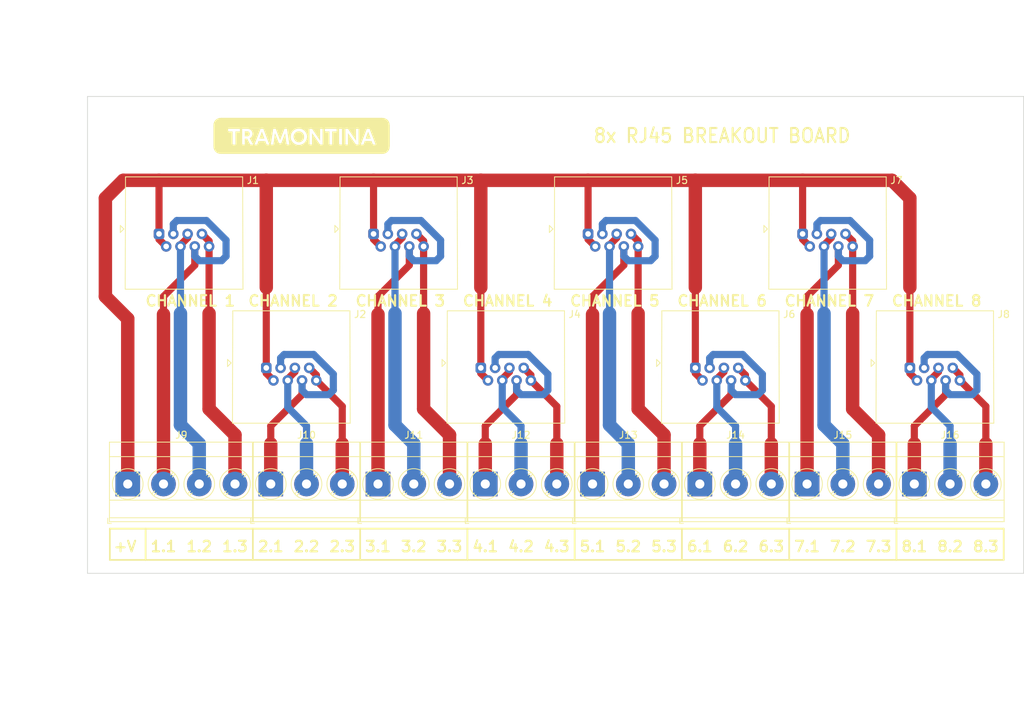
<source format=kicad_pcb>
(kicad_pcb (version 20211014) (generator pcbnew)
  (title_block (title "ESP 6 Relay Module"))
  (layers (0 "F.Cu" signal) (31 "B.Cu" signal) (34 "B.Paste" user) (35 "F.Paste" user) (36 "B.SilkS" user "B.Silkscreen") (37 "F.SilkS" user "F.Silkscreen") (38 "B.Mask" user) (39 "F.Mask" user) (44 "Edge.Cuts" user))
  (net 0 "")
  (net 1 "Net-(J1-Pad1)")
  (net 2 "Net-(J1-Pad3)")
  (net 3 "Net-(J1-Pad4)")
  (net 4 "Net-(J1-Pad7)")
  (net 5 "Net-(J10-Pad2)")
  (net 6 "Net-(J10-Pad3)")
  (net 7 "Net-(J10-Pad1)")
  (net 8 "Net-(J11-Pad1)")
  (net 9 "Net-(J11-Pad2)")
  (net 10 "Net-(J11-Pad3)")
  (net 11 "Net-(J12-Pad2)")
  (net 12 "Net-(J12-Pad3)")
  (net 13 "Net-(J12-Pad1)")
  (net 14 "Net-(J13-Pad1)")
  (net 15 "Net-(J13-Pad2)")
  (net 16 "Net-(J13-Pad3)")
  (net 17 "Net-(J14-Pad2)")
  (net 18 "Net-(J14-Pad3)")
  (net 19 "Net-(J14-Pad1)")
  (net 20 "Net-(J15-Pad1)")
  (net 21 "Net-(J15-Pad2)")
  (net 22 "Net-(J15-Pad3)")
  (net 23 "Net-(J16-Pad2)")
  (net 24 "Net-(J16-Pad3)")
  (net 25 "Net-(J16-Pad1)")
  (footprint "Tales:RJ45_Amphenol_RJHSE5080" (layer "F.Cu") (at 74.93 83.82)
    (fp_text reference "J1" (at 13.335 -7.62) (layer "F.SilkS"))
    (fp_text value "RJ45")
    (pad "" np_thru_hole circle (at 9.91 -2.54) (size 3.25 3.25) (drill 3.25) (layers *.Cu *.Mask))
    (pad "" np_thru_hole circle (at -2.79 -2.54) (size 3.25 3.25) (drill 3.25) (layers *.Cu *.Mask))
    (pad "1" thru_hole roundrect (at 0 0) (size 1.5 1.5) (drill 0.8) (layers *.Cu *.Mask) (net 1 "Net-(J1-Pad1)"))
    (pad "2" thru_hole circle (at 1.016 1.78) (size 1.5 1.5) (drill 0.8) (layers *.Cu *.Mask) (net 1 "Net-(J1-Pad1)"))
    (pad "3" thru_hole circle (at 2.032 0) (size 1.5 1.5) (drill 0.8) (layers *.Cu *.Mask) (net 2 "Net-(J1-Pad3)"))
    (pad "4" thru_hole circle (at 3.048 1.78) (size 1.5 1.5) (drill 0.8) (layers *.Cu *.Mask) (net 3 "Net-(J1-Pad4)"))
    (pad "5" thru_hole circle (at 4.064 0) (size 1.5 1.5) (drill 0.8) (layers *.Cu *.Mask) (net 3 "Net-(J1-Pad4)"))
    (pad "6" thru_hole circle (at 5.08 1.78) (size 1.5 1.5) (drill 0.8) (layers *.Cu *.Mask) (net 2 "Net-(J1-Pad3)"))
    (pad "7" thru_hole circle (at 6.096 0) (size 1.5 1.5) (drill 0.8) (layers *.Cu *.Mask) (net 4 "Net-(J1-Pad7)"))
    (pad "8" thru_hole circle (at 7.112 1.78) (size 1.5 1.5) (drill 0.8) (layers *.Cu *.Mask) (net 4 "Net-(J1-Pad7)"))
  )
  (footprint "Tales:RJ45_Amphenol_RJHSE5080" (layer "F.Cu") (at 120.65 102.87)
    (fp_text reference "J4" (at 13.335 -7.62) (layer "F.SilkS"))
    (fp_text value "RJ45")
    (pad "" np_thru_hole circle (at -2.79 -2.54) (size 3.25 3.25) (drill 3.25) (layers *.Cu *.Mask))
    (pad "" np_thru_hole circle (at 9.91 -2.54) (size 3.25 3.25) (drill 3.25) (layers *.Cu *.Mask))
    (pad "1" thru_hole roundrect (at 0 0) (size 1.5 1.5) (drill 0.8) (layers *.Cu *.Mask) (net 1 "Net-(J1-Pad1)"))
    (pad "2" thru_hole circle (at 1.016 1.78) (size 1.5 1.5) (drill 0.8) (layers *.Cu *.Mask) (net 1 "Net-(J1-Pad1)"))
    (pad "3" thru_hole circle (at 2.032 0) (size 1.5 1.5) (drill 0.8) (layers *.Cu *.Mask) (net 13 "Net-(J12-Pad1)"))
    (pad "4" thru_hole circle (at 3.048 1.78) (size 1.5 1.5) (drill 0.8) (layers *.Cu *.Mask) (net 11 "Net-(J12-Pad2)"))
    (pad "5" thru_hole circle (at 4.064 0) (size 1.5 1.5) (drill 0.8) (layers *.Cu *.Mask) (net 11 "Net-(J12-Pad2)"))
    (pad "6" thru_hole circle (at 5.08 1.78) (size 1.5 1.5) (drill 0.8) (layers *.Cu *.Mask) (net 13 "Net-(J12-Pad1)"))
    (pad "7" thru_hole circle (at 6.096 0) (size 1.5 1.5) (drill 0.8) (layers *.Cu *.Mask) (net 12 "Net-(J12-Pad3)"))
    (pad "8" thru_hole circle (at 7.112 1.78) (size 1.5 1.5) (drill 0.8) (layers *.Cu *.Mask) (net 12 "Net-(J12-Pad3)"))
  )
  (footprint "Tales:RJ45_Amphenol_RJHSE5080" (layer "F.Cu") (at 151.13 102.87)
    (fp_text reference "J6" (at 13.335 -7.62) (layer "F.SilkS"))
    (fp_text value "RJ45")
    (pad "" np_thru_hole circle (at 9.91 -2.54) (size 3.25 3.25) (drill 3.25) (layers *.Cu *.Mask))
    (pad "" np_thru_hole circle (at -2.79 -2.54) (size 3.25 3.25) (drill 3.25) (layers *.Cu *.Mask))
    (pad "1" thru_hole roundrect (at 0 0) (size 1.5 1.5) (drill 0.8) (layers *.Cu *.Mask) (net 1 "Net-(J1-Pad1)"))
    (pad "2" thru_hole circle (at 1.016 1.78) (size 1.5 1.5) (drill 0.8) (layers *.Cu *.Mask) (net 1 "Net-(J1-Pad1)"))
    (pad "3" thru_hole circle (at 2.032 0) (size 1.5 1.5) (drill 0.8) (layers *.Cu *.Mask) (net 19 "Net-(J14-Pad1)"))
    (pad "4" thru_hole circle (at 3.048 1.78) (size 1.5 1.5) (drill 0.8) (layers *.Cu *.Mask) (net 17 "Net-(J14-Pad2)"))
    (pad "5" thru_hole circle (at 4.064 0) (size 1.5 1.5) (drill 0.8) (layers *.Cu *.Mask) (net 17 "Net-(J14-Pad2)"))
    (pad "6" thru_hole circle (at 5.08 1.78) (size 1.5 1.5) (drill 0.8) (layers *.Cu *.Mask) (net 19 "Net-(J14-Pad1)"))
    (pad "7" thru_hole circle (at 6.096 0) (size 1.5 1.5) (drill 0.8) (layers *.Cu *.Mask) (net 18 "Net-(J14-Pad3)"))
    (pad "8" thru_hole circle (at 7.112 1.78) (size 1.5 1.5) (drill 0.8) (layers *.Cu *.Mask) (net 18 "Net-(J14-Pad3)"))
  )
  (footprint "Tales:RJ45_Amphenol_RJHSE5080" (layer "F.Cu") (at 181.61 102.87)
    (fp_text reference "J8" (at 13.335 -7.62) (layer "F.SilkS"))
    (fp_text value "RJ45")
    (pad "" np_thru_hole circle (at 9.91 -2.54) (size 3.25 3.25) (drill 3.25) (layers *.Cu *.Mask))
    (pad "" np_thru_hole circle (at -2.79 -2.54) (size 3.25 3.25) (drill 3.25) (layers *.Cu *.Mask))
    (pad "1" thru_hole roundrect (at 0 0) (size 1.5 1.5) (drill 0.8) (layers *.Cu *.Mask) (net 1 "Net-(J1-Pad1)"))
    (pad "2" thru_hole circle (at 1.016 1.78) (size 1.5 1.5) (drill 0.8) (layers *.Cu *.Mask) (net 1 "Net-(J1-Pad1)"))
    (pad "3" thru_hole circle (at 2.032 0) (size 1.5 1.5) (drill 0.8) (layers *.Cu *.Mask) (net 25 "Net-(J16-Pad1)"))
    (pad "4" thru_hole circle (at 3.048 1.78) (size 1.5 1.5) (drill 0.8) (layers *.Cu *.Mask) (net 23 "Net-(J16-Pad2)"))
    (pad "5" thru_hole circle (at 4.064 0) (size 1.5 1.5) (drill 0.8) (layers *.Cu *.Mask) (net 23 "Net-(J16-Pad2)"))
    (pad "6" thru_hole circle (at 5.08 1.78) (size 1.5 1.5) (drill 0.8) (layers *.Cu *.Mask) (net 25 "Net-(J16-Pad1)"))
    (pad "7" thru_hole circle (at 6.096 0) (size 1.5 1.5) (drill 0.8) (layers *.Cu *.Mask) (net 24 "Net-(J16-Pad3)"))
    (pad "8" thru_hole circle (at 7.112 1.78) (size 1.5 1.5) (drill 0.8) (layers *.Cu *.Mask) (net 24 "Net-(J16-Pad3)"))
  )
  (footprint "Tales:TerminalBlock_Phoenix_MKDS-3-4-5.08_1x04_P5.08mm_Horizontal" (layer "F.Cu") (at 70.485 119.38)
    (fp_text reference "J9" (at 7.62 -6.96) (layer "F.SilkS"))
    (fp_text value "Screw_Terminal_01x04")
    (pad "1" thru_hole rect (at 0 0) (size 3.5 3.5) (drill 1.3) (layers *.Cu *.Mask) (net 1 "Net-(J1-Pad1)"))
    (pad "2" thru_hole circle (at 5.08 0) (size 3.5 3.5) (drill 1.3) (layers *.Cu *.Mask) (net 2 "Net-(J1-Pad3)"))
    (pad "3" thru_hole circle (at 10.16 0) (size 3.5 3.5) (drill 1.3) (layers *.Cu *.Mask) (net 3 "Net-(J1-Pad4)"))
    (pad "4" thru_hole circle (at 15.24 0) (size 3.5 3.5) (drill 1.3) (layers *.Cu *.Mask) (net 4 "Net-(J1-Pad7)"))
  )
  (footprint "Tales:TerminalBlock_Phoenix_MKDS-3-3-5.08_1x03_P5.08mm_Horizontal" (layer "F.Cu") (at 106.045 119.38)
    (fp_text reference "J11" (at 5.08 -6.96) (layer "F.SilkS"))
    (fp_text value "Screw_Terminal_01x03")
    (pad "1" thru_hole rect (at 0 0) (size 3.5 3.5) (drill 1.3) (layers *.Cu *.Mask) (net 8 "Net-(J11-Pad1)"))
    (pad "2" thru_hole circle (at 5.08 0) (size 3.5 3.5) (drill 1.3) (layers *.Cu *.Mask) (net 9 "Net-(J11-Pad2)"))
    (pad "3" thru_hole circle (at 10.16 0) (size 3.5 3.5) (drill 1.3) (layers *.Cu *.Mask) (net 10 "Net-(J11-Pad3)"))
  )
  (footprint "Tales:TerminalBlock_Phoenix_MKDS-3-3-5.08_1x03_P5.08mm_Horizontal" (layer "F.Cu") (at 121.285 119.38)
    (fp_text reference "J12" (at 5.08 -6.96) (layer "F.SilkS"))
    (fp_text value "Screw_Terminal_01x03")
    (pad "1" thru_hole rect (at 0 0) (size 3.5 3.5) (drill 1.3) (layers *.Cu *.Mask) (net 13 "Net-(J12-Pad1)"))
    (pad "2" thru_hole circle (at 5.08 0) (size 3.5 3.5) (drill 1.3) (layers *.Cu *.Mask) (net 11 "Net-(J12-Pad2)"))
    (pad "3" thru_hole circle (at 10.16 0) (size 3.5 3.5) (drill 1.3) (layers *.Cu *.Mask) (net 12 "Net-(J12-Pad3)"))
  )
  (footprint "Tales:TerminalBlock_Phoenix_MKDS-3-3-5.08_1x03_P5.08mm_Horizontal" (layer "F.Cu") (at 136.525 119.38)
    (fp_text reference "J13" (at 5.08 -6.96) (layer "F.SilkS"))
    (fp_text value "Screw_Terminal_01x03")
    (pad "1" thru_hole rect (at 0 0) (size 3.5 3.5) (drill 1.3) (layers *.Cu *.Mask) (net 14 "Net-(J13-Pad1)"))
    (pad "2" thru_hole circle (at 5.08 0) (size 3.5 3.5) (drill 1.3) (layers *.Cu *.Mask) (net 15 "Net-(J13-Pad2)"))
    (pad "3" thru_hole circle (at 10.16 0) (size 3.5 3.5) (drill 1.3) (layers *.Cu *.Mask) (net 16 "Net-(J13-Pad3)"))
  )
  (footprint "Tales:TerminalBlock_Phoenix_MKDS-3-3-5.08_1x03_P5.08mm_Horizontal" (layer "F.Cu") (at 151.765 119.38)
    (fp_text reference "J14" (at 5.08 -6.96) (layer "F.SilkS"))
    (fp_text value "Screw_Terminal_01x03")
    (pad "1" thru_hole rect (at 0 0) (size 3.5 3.5) (drill 1.3) (layers *.Cu *.Mask) (net 19 "Net-(J14-Pad1)"))
    (pad "2" thru_hole circle (at 5.08 0) (size 3.5 3.5) (drill 1.3) (layers *.Cu *.Mask) (net 17 "Net-(J14-Pad2)"))
    (pad "3" thru_hole circle (at 10.16 0) (size 3.5 3.5) (drill 1.3) (layers *.Cu *.Mask) (net 18 "Net-(J14-Pad3)"))
  )
  (footprint "Tales:TerminalBlock_Phoenix_MKDS-3-3-5.08_1x03_P5.08mm_Horizontal" (layer "F.Cu") (at 167.005 119.38)
    (fp_text reference "J15" (at 5.08 -6.96) (layer "F.SilkS"))
    (fp_text value "Screw_Terminal_01x03")
    (pad "1" thru_hole rect (at 0 0) (size 3.5 3.5) (drill 1.3) (layers *.Cu *.Mask) (net 20 "Net-(J15-Pad1)"))
    (pad "2" thru_hole circle (at 5.08 0) (size 3.5 3.5) (drill 1.3) (layers *.Cu *.Mask) (net 21 "Net-(J15-Pad2)"))
    (pad "3" thru_hole circle (at 10.16 0) (size 3.5 3.5) (drill 1.3) (layers *.Cu *.Mask) (net 22 "Net-(J15-Pad3)"))
  )
  (footprint "Tales:TerminalBlock_Phoenix_MKDS-3-3-5.08_1x03_P5.08mm_Horizontal" (layer "F.Cu") (at 182.245 119.38)
    (fp_text reference "J16" (at 5.08 -6.96) (layer "F.SilkS"))
    (fp_text value "Screw_Terminal_01x03")
    (pad "1" thru_hole rect (at 0 0) (size 3.5 3.5) (drill 1.3) (layers *.Cu *.Mask) (net 25 "Net-(J16-Pad1)"))
    (pad "2" thru_hole circle (at 5.08 0) (size 3.5 3.5) (drill 1.3) (layers *.Cu *.Mask) (net 23 "Net-(J16-Pad2)"))
    (pad "3" thru_hole circle (at 10.16 0) (size 3.5 3.5) (drill 1.3) (layers *.Cu *.Mask) (net 24 "Net-(J16-Pad3)"))
  )
  (footprint "Tales:TerminalBlock_Phoenix_MKDS-3-3-5.08_1x03_P5.08mm_Horizontal" (layer "F.Cu") (at 90.805 119.38)
    (fp_text reference "J10" (at 5.08 -6.96) (layer "F.SilkS"))
    (fp_text value "Screw_Terminal_01x03")
    (pad "1" thru_hole rect (at 0 0) (size 3.5 3.5) (drill 1.3) (layers *.Cu *.Mask) (net 7 "Net-(J10-Pad1)"))
    (pad "2" thru_hole circle (at 5.08 0) (size 3.5 3.5) (drill 1.3) (layers *.Cu *.Mask) (net 5 "Net-(J10-Pad2)"))
    (pad "3" thru_hole circle (at 10.16 0) (size 3.5 3.5) (drill 1.3) (layers *.Cu *.Mask) (net 6 "Net-(J10-Pad3)"))
  )
  (footprint "Tales:RJ45_Amphenol_RJHSE5080" (layer "F.Cu") (at 90.17 102.87)
    (fp_text reference "J2" (at 13.335 -7.62) (layer "F.SilkS"))
    (fp_text value "RJ45")
    (pad "" np_thru_hole circle (at 9.91 -2.54) (size 3.25 3.25) (drill 3.25) (layers *.Cu *.Mask))
    (pad "" np_thru_hole circle (at -2.79 -2.54) (size 3.25 3.25) (drill 3.25) (layers *.Cu *.Mask))
    (pad "1" thru_hole roundrect (at 0 0) (size 1.5 1.5) (drill 0.8) (layers *.Cu *.Mask) (net 1 "Net-(J1-Pad1)"))
    (pad "2" thru_hole circle (at 1.016 1.78) (size 1.5 1.5) (drill 0.8) (layers *.Cu *.Mask) (net 1 "Net-(J1-Pad1)"))
    (pad "3" thru_hole circle (at 2.032 0) (size 1.5 1.5) (drill 0.8) (layers *.Cu *.Mask) (net 7 "Net-(J10-Pad1)"))
    (pad "4" thru_hole circle (at 3.048 1.78) (size 1.5 1.5) (drill 0.8) (layers *.Cu *.Mask) (net 5 "Net-(J10-Pad2)"))
    (pad "5" thru_hole circle (at 4.064 0) (size 1.5 1.5) (drill 0.8) (layers *.Cu *.Mask) (net 5 "Net-(J10-Pad2)"))
    (pad "6" thru_hole circle (at 5.08 1.78) (size 1.5 1.5) (drill 0.8) (layers *.Cu *.Mask) (net 7 "Net-(J10-Pad1)"))
    (pad "7" thru_hole circle (at 6.096 0) (size 1.5 1.5) (drill 0.8) (layers *.Cu *.Mask) (net 6 "Net-(J10-Pad3)"))
    (pad "8" thru_hole circle (at 7.112 1.78) (size 1.5 1.5) (drill 0.8) (layers *.Cu *.Mask) (net 6 "Net-(J10-Pad3)"))
  )
  (footprint "Tales:Logo_Tramontina_25mm" (layer "F.Cu") (at 95.25 69.85)
    (fp_text reference "REF**" hide)
    (fp_text value "Logo_Tramontina_25mm" hide)
  )
  (footprint "Tales:RJ45_Amphenol_RJHSE5080" (layer "F.Cu") (at 105.41 83.82)
    (fp_text reference "J3" (at 13.335 -7.62) (layer "F.SilkS"))
    (fp_text value "RJ45")
    (pad "" np_thru_hole circle (at 9.91 -2.54) (size 3.25 3.25) (drill 3.25) (layers *.Cu *.Mask))
    (pad "" np_thru_hole circle (at -2.79 -2.54) (size 3.25 3.25) (drill 3.25) (layers *.Cu *.Mask))
    (pad "1" thru_hole roundrect (at 0 0) (size 1.5 1.5) (drill 0.8) (layers *.Cu *.Mask) (net 1 "Net-(J1-Pad1)"))
    (pad "2" thru_hole circle (at 1.016 1.78) (size 1.5 1.5) (drill 0.8) (layers *.Cu *.Mask) (net 1 "Net-(J1-Pad1)"))
    (pad "3" thru_hole circle (at 2.032 0) (size 1.5 1.5) (drill 0.8) (layers *.Cu *.Mask) (net 8 "Net-(J11-Pad1)"))
    (pad "4" thru_hole circle (at 3.048 1.78) (size 1.5 1.5) (drill 0.8) (layers *.Cu *.Mask) (net 9 "Net-(J11-Pad2)"))
    (pad "5" thru_hole circle (at 4.064 0) (size 1.5 1.5) (drill 0.8) (layers *.Cu *.Mask) (net 9 "Net-(J11-Pad2)"))
    (pad "6" thru_hole circle (at 5.08 1.78) (size 1.5 1.5) (drill 0.8) (layers *.Cu *.Mask) (net 8 "Net-(J11-Pad1)"))
    (pad "7" thru_hole circle (at 6.096 0) (size 1.5 1.5) (drill 0.8) (layers *.Cu *.Mask) (net 10 "Net-(J11-Pad3)"))
    (pad "8" thru_hole circle (at 7.112 1.78) (size 1.5 1.5) (drill 0.8) (layers *.Cu *.Mask) (net 10 "Net-(J11-Pad3)"))
  )
  (footprint "Tales:RJ45_Amphenol_RJHSE5080" (layer "F.Cu") (at 166.37 83.82)
    (fp_text reference "J7" (at 13.335 -7.62) (layer "F.SilkS"))
    (fp_text value "RJ45")
    (pad "" np_thru_hole circle (at -2.79 -2.54) (size 3.25 3.25) (drill 3.25) (layers *.Cu *.Mask))
    (pad "" np_thru_hole circle (at 9.91 -2.54) (size 3.25 3.25) (drill 3.25) (layers *.Cu *.Mask))
    (pad "1" thru_hole roundrect (at 0 0) (size 1.5 1.5) (drill 0.8) (layers *.Cu *.Mask) (net 1 "Net-(J1-Pad1)"))
    (pad "2" thru_hole circle (at 1.016 1.78) (size 1.5 1.5) (drill 0.8) (layers *.Cu *.Mask) (net 1 "Net-(J1-Pad1)"))
    (pad "3" thru_hole circle (at 2.032 0) (size 1.5 1.5) (drill 0.8) (layers *.Cu *.Mask) (net 20 "Net-(J15-Pad1)"))
    (pad "4" thru_hole circle (at 3.048 1.78) (size 1.5 1.5) (drill 0.8) (layers *.Cu *.Mask) (net 21 "Net-(J15-Pad2)"))
    (pad "5" thru_hole circle (at 4.064 0) (size 1.5 1.5) (drill 0.8) (layers *.Cu *.Mask) (net 21 "Net-(J15-Pad2)"))
    (pad "6" thru_hole circle (at 5.08 1.78) (size 1.5 1.5) (drill 0.8) (layers *.Cu *.Mask) (net 20 "Net-(J15-Pad1)"))
    (pad "7" thru_hole circle (at 6.096 0) (size 1.5 1.5) (drill 0.8) (layers *.Cu *.Mask) (net 22 "Net-(J15-Pad3)"))
    (pad "8" thru_hole circle (at 7.112 1.78) (size 1.5 1.5) (drill 0.8) (layers *.Cu *.Mask) (net 22 "Net-(J15-Pad3)"))
  )
  (footprint "Tales:RJ45_Amphenol_RJHSE5080" (layer "F.Cu") (at 135.89 83.82)
    (fp_text reference "J5" (at 13.335 -7.62) (layer "F.SilkS"))
    (fp_text value "RJ45")
    (pad "" np_thru_hole circle (at -2.79 -2.54) (size 3.25 3.25) (drill 3.25) (layers *.Cu *.Mask))
    (pad "" np_thru_hole circle (at 9.91 -2.54) (size 3.25 3.25) (drill 3.25) (layers *.Cu *.Mask))
    (pad "1" thru_hole roundrect (at 0 0) (size 1.5 1.5) (drill 0.8) (layers *.Cu *.Mask) (net 1 "Net-(J1-Pad1)"))
    (pad "2" thru_hole circle (at 1.016 1.78) (size 1.5 1.5) (drill 0.8) (layers *.Cu *.Mask) (net 1 "Net-(J1-Pad1)"))
    (pad "3" thru_hole circle (at 2.032 0) (size 1.5 1.5) (drill 0.8) (layers *.Cu *.Mask) (net 14 "Net-(J13-Pad1)"))
    (pad "4" thru_hole circle (at 3.048 1.78) (size 1.5 1.5) (drill 0.8) (layers *.Cu *.Mask) (net 15 "Net-(J13-Pad2)"))
    (pad "5" thru_hole circle (at 4.064 0) (size 1.5 1.5) (drill 0.8) (layers *.Cu *.Mask) (net 15 "Net-(J13-Pad2)"))
    (pad "6" thru_hole circle (at 5.08 1.78) (size 1.5 1.5) (drill 0.8) (layers *.Cu *.Mask) (net 14 "Net-(J13-Pad1)"))
    (pad "7" thru_hole circle (at 6.096 0) (size 1.5 1.5) (drill 0.8) (layers *.Cu *.Mask) (net 16 "Net-(J13-Pad3)"))
    (pad "8" thru_hole circle (at 7.112 1.78) (size 1.5 1.5) (drill 0.8) (layers *.Cu *.Mask) (net 16 "Net-(J13-Pad3)"))
  )
  (gr_line (start 179.705 125.73) (end 179.705 130.175) (layer "F.SilkS") (width 0.25))
  (gr_line (start 194.945 125.73) (end 194.945 130.175) (layer "F.SilkS") (width 0.25))
  (gr_line (start 67.945 130.175) (end 194.945 130.175) (layer "F.SilkS") (width 0.25))
  (gr_line (start 149.225 125.73) (end 149.225 130.175) (layer "F.SilkS") (width 0.25))
  (gr_line (start 67.945 125.73) (end 194.945 125.73) (layer "F.SilkS") (width 0.25))
  (gr_line (start 164.465 125.73) (end 164.465 130.175) (layer "F.SilkS") (width 0.25))
  (gr_line (start 73.025 125.73) (end 73.025 130.175) (layer "F.SilkS") (width 0.25))
  (gr_line (start 118.745 125.73) (end 118.745 130.175) (layer "F.SilkS") (width 0.25))
  (gr_line (start 88.265 125.73) (end 88.265 130.175) (layer "F.SilkS") (width 0.25))
  (gr_line (start 133.985 125.73) (end 133.985 130.175) (layer "F.SilkS") (width 0.25))
  (gr_line (start 103.505 125.73) (end 103.505 130.175) (layer "F.SilkS") (width 0.25))
  (gr_line (start 67.945 125.73) (end 67.945 130.175) (layer "F.SilkS") (width 0.25))
  (gr_line (start 64.77 132.08) (end 197.77 132.08) (layer "Edge.Cuts") (width 0.1))
  (gr_line (start 197.77 64.28) (end 64.77 64.28) (layer "Edge.Cuts") (width 0.1))
  (gr_line (start 64.77 64.28) (end 64.77 132.08) (layer "Edge.Cuts") (width 0.1))
  (gr_line (start 197.77 132.08) (end 197.77 64.28) (layer "Edge.Cuts") (width 0.1))
  (gr_text "1.1" (at 75.565 128.27) (layer "F.SilkS") (effects (font (size 1.5 1.5) (thickness 0.3))))
  (gr_text "2.2" (at 95.885 128.27) (layer "F.SilkS") (effects (font (size 1.5 1.5) (thickness 0.3))))
  (gr_text "2.3" (at 100.965 128.27) (layer "F.SilkS") (effects (font (size 1.5 1.5) (thickness 0.3))))
  (gr_text "2.1" (at 90.805 128.27) (layer "F.SilkS") (effects (font (size 1.5 1.5) (thickness 0.3))))
  (gr_text "1.2" (at 80.645 128.27) (layer "F.SilkS") (effects (font (size 1.5 1.5) (thickness 0.3))))
  (gr_text "1.3" (at 85.725 128.27) (layer "F.SilkS") (effects (font (size 1.5 1.5) (thickness 0.3))))
  (gr_text "6.1" (at 151.765 128.27) (layer "F.SilkS") (effects (font (size 1.5 1.5) (thickness 0.3))))
  (gr_text "6.3" (at 161.925 128.27) (layer "F.SilkS") (effects (font (size 1.5 1.5) (thickness 0.3))))
  (gr_text "6.2" (at 156.845 128.27) (layer "F.SilkS") (effects (font (size 1.5 1.5) (thickness 0.3))))
  (gr_text "8.2" (at 187.325 128.27) (layer "F.SilkS") (effects (font (size 1.5 1.5) (thickness 0.3))))
  (gr_text "8.3" (at 192.405 128.27) (layer "F.SilkS") (effects (font (size 1.5 1.5) (thickness 0.3))))
  (gr_text "8.1" (at 182.245 128.27) (layer "F.SilkS") (effects (font (size 1.5 1.5) (thickness 0.3))))
  (gr_text "8x RJ45 BREAKOUT BOARD" (at 154.94 69.85) (layer "F.SilkS") (effects (font (size 2 1.8) (thickness 0.3))))
  (gr_text "CHANNEL 1" (at 79.375 93.345) (layer "F.SilkS") (effects (font (size 1.5 1.5) (thickness 0.3))))
  (gr_text "CHANNEL 5" (at 139.7 93.345) (layer "F.SilkS") (effects (font (size 1.5 1.5) (thickness 0.3))))
  (gr_text "CHANNEL 8" (at 185.42 93.345) (layer "F.SilkS") (effects (font (size 1.5 1.5) (thickness 0.3))))
  (gr_text "CHANNEL 7" (at 170.18 93.345) (layer "F.SilkS") (effects (font (size 1.5 1.5) (thickness 0.3))))
  (gr_text "CHANNEL 2" (at 93.98 93.345) (layer "F.SilkS") (effects (font (size 1.5 1.5) (thickness 0.3))))
  (gr_text "5.1" (at 136.525 128.27) (layer "F.SilkS") (effects (font (size 1.5 1.5) (thickness 0.3))))
  (gr_text "3.1" (at 106.045 128.27) (layer "F.SilkS") (effects (font (size 1.5 1.5) (thickness 0.3))))
  (gr_text "7.1" (at 167.005 128.27) (layer "F.SilkS") (effects (font (size 1.5 1.5) (thickness 0.3))))
  (gr_text "4.1" (at 121.285 128.27) (layer "F.SilkS") (effects (font (size 1.5 1.5) (thickness 0.3))))
  (gr_text "CHANNEL 3" (at 109.22 93.345) (layer "F.SilkS") (effects (font (size 1.5 1.5) (thickness 0.3))))
  (gr_text "4.2" (at 126.365 128.27) (layer "F.SilkS") (effects (font (size 1.5 1.5) (thickness 0.3))))
  (gr_text "CHANNEL 4" (at 124.46 93.345) (layer "F.SilkS") (effects (font (size 1.5 1.5) (thickness 0.3))))
  (gr_text "3.2" (at 111.125 128.27) (layer "F.SilkS") (effects (font (size 1.5 1.5) (thickness 0.3))))
  (gr_text "4.3" (at 131.445 128.27) (layer "F.SilkS") (effects (font (size 1.5 1.5) (thickness 0.3))))
  (gr_text "7.3" (at 177.165 128.27) (layer "F.SilkS") (effects (font (size 1.5 1.5) (thickness 0.3))))
  (gr_text "5.2" (at 141.605 128.27) (layer "F.SilkS") (effects (font (size 1.5 1.5) (thickness 0.3))))
  (gr_text "3.3" (at 116.205 128.27) (layer "F.SilkS") (effects (font (size 1.5 1.5) (thickness 0.3))))
  (gr_text "5.3" (at 146.685 128.27) (layer "F.SilkS") (effects (font (size 1.5 1.5) (thickness 0.3))))
  (gr_text "+V" (at 70.104 128.27) (layer "F.SilkS") (effects (font (size 1.5 1.5) (thickness 0.3))))
  (gr_text "7.2" (at 172.085 128.27) (layer "F.SilkS") (effects (font (size 1.5 1.5) (thickness 0.3))))
  (gr_text "CHANNEL 6" (at 154.94 93.345) (layer "F.SilkS") (effects (font (size 1.5 1.5) (thickness 0.3))))
  (segment (start 74.93 84.584) (end 75.946 85.6) (width 1.016) (layer "F.Cu") (net 1))
  (segment (start 74.93 83.82) (end 74.93 84.584) (width 1.016) (layer "F.Cu") (net 1))
  (segment (start 67.31 78.74) (end 69.85 76.2) (width 1.905) (layer "F.Cu") (net 1))
  (segment (start 90.17 103.634) (end 91.186 104.65) (width 1.016) (layer "F.Cu") (net 1))
  (segment (start 120.65 91.44) (end 120.65 102.87) (width 1.016) (layer "F.Cu") (net 1))
  (segment (start 166.37 76.2) (end 179.07 76.2) (width 1.905) (layer "F.Cu") (net 1))
  (segment (start 151.13 103.634) (end 152.146 104.65) (width 1.016) (layer "F.Cu") (net 1))
  (segment (start 90.17 76.2) (end 105.41 76.2) (width 1.905) (layer "F.Cu") (net 1))
  (segment (start 74.93 83.82) (end 74.93 76.2) (width 1.016) (layer "F.Cu") (net 1))
  (segment (start 105.41 83.82) (end 105.41 76.2) (width 1.016) (layer "F.Cu") (net 1))
  (segment (start 90.17 102.87) (end 90.17 103.634) (width 1.016) (layer "F.Cu") (net 1))
  (segment (start 120.65 103.634) (end 121.666 104.65) (width 1.016) (layer "F.Cu") (net 1))
  (segment (start 181.61 102.87) (end 181.61 103.634) (width 1.016) (layer "F.Cu") (net 1))
  (segment (start 105.41 84.584) (end 106.426 85.6) (width 1.016) (layer "F.Cu") (net 1))
  (segment (start 181.61 78.74) (end 181.61 91.44) (width 1.905) (layer "F.Cu") (net 1))
  (segment (start 166.37 83.82) (end 166.37 84.584) (width 1.016) (layer "F.Cu") (net 1))
  (segment (start 181.61 103.634) (end 182.626 104.65) (width 1.016) (layer "F.Cu") (net 1))
  (segment (start 70.485 119.38) (end 70.485 95.885) (width 1.905) (layer "F.Cu") (net 1))
  (segment (start 166.37 83.82) (end 166.37 76.2) (width 1.016) (layer "F.Cu") (net 1))
  (segment (start 74.93 76.2) (end 90.17 76.2) (width 1.905) (layer "F.Cu") (net 1))
  (segment (start 105.41 83.82) (end 105.41 84.584) (width 1.016) (layer "F.Cu") (net 1))
  (segment (start 90.17 91.44) (end 90.17 102.87) (width 1.016) (layer "F.Cu") (net 1))
  (segment (start 120.65 76.2) (end 135.89 76.2) (width 1.905) (layer "F.Cu") (net 1))
  (segment (start 135.89 83.82) (end 135.89 84.584) (width 1.016) (layer "F.Cu") (net 1))
  (segment (start 179.07 76.2) (end 181.61 78.74) (width 1.905) (layer "F.Cu") (net 1))
  (segment (start 120.65 102.87) (end 120.65 103.634) (width 1.016) (layer "F.Cu") (net 1))
  (segment (start 135.89 84.584) (end 136.906 85.6) (width 1.016) (layer "F.Cu") (net 1))
  (segment (start 67.31 92.71) (end 67.31 78.74) (width 1.905) (layer "F.Cu") (net 1))
  (segment (start 69.85 76.2) (end 74.93 76.2) (width 1.905) (layer "F.Cu") (net 1))
  (segment (start 151.13 102.87) (end 151.13 103.634) (width 1.016) (layer "F.Cu") (net 1))
  (segment (start 151.13 76.2) (end 166.37 76.2) (width 1.905) (layer "F.Cu") (net 1))
  (segment (start 166.37 84.584) (end 167.386 85.6) (width 1.016) (layer "F.Cu") (net 1))
  (segment (start 120.65 76.2) (end 120.65 91.44) (width 1.905) (layer "F.Cu") (net 1))
  (segment (start 181.61 102.87) (end 181.61 91.44) (width 1.016) (layer "F.Cu") (net 1))
  (segment (start 151.13 76.2) (end 151.13 91.44) (width 1.905) (layer "F.Cu") (net 1))
  (segment (start 70.485 95.885) (end 67.31 92.71) (width 1.905) (layer "F.Cu") (net 1))
  (segment (start 105.41 76.2) (end 120.65 76.2) (width 1.905) (layer "F.Cu") (net 1))
  (segment (start 90.17 76.2) (end 90.17 91.44) (width 1.905) (layer "F.Cu") (net 1))
  (segment (start 135.89 83.82) (end 135.89 76.2) (width 1.016) (layer "F.Cu") (net 1))
  (segment (start 135.89 76.2) (end 151.13 76.2) (width 1.905) (layer "F.Cu") (net 1))
  (segment (start 151.13 91.44) (end 151.13 102.87) (width 1.016) (layer "F.Cu") (net 1))
  (segment (start 80.01 88.265) (end 80.01 85.6) (width 1.016) (layer "F.Cu") (net 2))
  (segment (start 75.565 92.71) (end 80.01 88.265) (width 1.016) (layer "F.Cu") (net 2))
  (segment (start 75.565 95.25) (end 75.565 92.71) (width 1.016) (layer "F.Cu") (net 2))
  (segment (start 75.565 119.38) (end 75.565 95.25) (width 1.905) (layer "F.Cu") (net 2))
  (segment (start 76.962 82.423) (end 77.47 81.915) (width 1.016) (layer "B.Cu") (net 2))
  (segment (start 80.645 87.63) (end 80.01 86.995) (width 1.016) (layer "B.Cu") (net 2))
  (segment (start 83.82 87.63) (end 80.645 87.63) (width 1.016) (layer "B.Cu") (net 2))
  (segment (start 84.455 86.995) (end 83.82 87.63) (width 1.016) (layer "B.Cu") (net 2))
  (segment (start 77.47 81.915) (end 81.661 81.915) (width 1.016) (layer "B.Cu") (net 2))
  (segment (start 76.962 83.82) (end 76.962 82.423) (width 1.016) (layer "B.Cu") (net 2))
  (segment (start 81.661 81.915) (end 84.455 84.709) (width 1.016) (layer "B.Cu") (net 2))
  (segment (start 80.01 86.995) (end 80.01 85.6) (width 1.016) (layer "B.Cu") (net 2))
  (segment (start 84.455 84.709) (end 84.455 86.995) (width 1.016) (layer "B.Cu") (net 2))
  (segment (start 78.994 83.82) (end 78.994 84.378238) (width 1.016) (layer "F.Cu") (net 3))
  (segment (start 77.978 85.394238) (end 77.978 85.6) (width 1.016) (layer "F.Cu") (net 3))
  (segment (start 78.994 84.378238) (end 77.978 85.394238) (width 1.016) (layer "F.Cu") (net 3))
  (segment (start 80.645 113.665) (end 77.978 110.998) (width 1.905) (layer "B.Cu") (net 3))
  (segment (start 80.645 119.38) (end 80.645 113.665) (width 1.905) (layer "B.Cu") (net 3))
  (segment (start 77.978 85.6) (end 77.978 95.123) (width 1.016) (layer "B.Cu") (net 3))
  (segment (start 77.978 110.998) (end 77.978 95.123) (width 1.905) (layer "B.Cu") (net 3))
  (segment (start 82.042 85.6) (end 82.042 84.836) (width 1.016) (layer "F.Cu") (net 4))
  (segment (start 82.042 84.836) (end 81.026 83.82) (width 1.016) (layer "F.Cu") (net 4))
  (segment (start 85.725 112.395) (end 82.042 108.712) (width 1.905) (layer "F.Cu") (net 4))
  (segment (start 85.725 119.38) (end 85.725 112.395) (width 1.905) (layer "F.Cu") (net 4))
  (segment (start 82.042 85.6) (end 82.042 95.123) (width 1.016) (layer "F.Cu") (net 4))
  (segment (start 82.042 108.712) (end 82.042 95.123) (width 1.905) (layer "F.Cu") (net 4))
  (segment (start 94.234 102.87) (end 94.234 103.428238) (width 1.016) (layer "F.Cu") (net 5))
  (segment (start 93.218 104.444238) (end 93.218 104.65) (width 1.016) (layer "F.Cu") (net 5))
  (segment (start 94.234 103.428238) (end 93.218 104.444238) (width 1.016) (layer "F.Cu") (net 5))
  (segment (start 95.885 113.665) (end 95.885 119.38) (width 1.905) (layer "B.Cu") (net 5))
  (segment (start 95.885 111.125) (end 95.885 113.665) (width 1.016) (layer "B.Cu") (net 5))
  (segment (start 93.218 108.458) (end 95.885 111.125) (width 1.016) (layer "B.Cu") (net 5))
  (segment (start 93.218 104.65) (end 93.218 108.458) (width 1.016) (layer "B.Cu") (net 5))
  (segment (start 96.266 102.87) (end 97.282 103.886) (width 1.016) (layer "F.Cu") (net 6))
  (segment (start 97.282 103.886) (end 97.282 104.65) (width 1.016) (layer "F.Cu") (net 6))
  (segment (start 100.965 108.333) (end 97.282 104.65) (width 1.016) (layer "F.Cu") (net 6))
  (segment (start 100.965 113.665) (end 100.965 108.333) (width 1.016) (layer "F.Cu") (net 6))
  (segment (start 100.965 119.38) (end 100.965 113.665) (width 1.905) (layer "F.Cu") (net 6))
  (segment (start 90.805 119.38) (end 90.805 113.665) (width 1.905) (layer "F.Cu") (net 7))
  (segment (start 95.25 106.68) (end 90.805 111.125) (width 1.016) (layer "F.Cu") (net 7))
  (segment (start 90.805 111.125) (end 90.805 113.665) (width 1.016) (layer "F.Cu") (net 7))
  (segment (start 95.25 104.65) (end 95.25 106.68) (width 1.016) (layer "F.Cu") (net 7))
  (segment (start 92.202 101.473) (end 92.71 100.965) (width 1.016) (layer "B.Cu") (net 7))
  (segment (start 95.885 106.68) (end 95.25 106.045) (width 1.016) (layer "B.Cu") (net 7))
  (segment (start 99.695 106.045) (end 99.06 106.68) (width 1.016) (layer "B.Cu") (net 7))
  (segment (start 92.202 102.87) (end 92.202 101.473) (width 1.016) (layer "B.Cu") (net 7))
  (segment (start 99.06 106.68) (end 95.885 106.68) (width 1.016) (layer "B.Cu") (net 7))
  (segment (start 95.25 106.045) (end 95.25 104.65) (width 1.016) (layer "B.Cu") (net 7))
  (segment (start 99.695 103.759) (end 99.695 106.045) (width 1.016) (layer "B.Cu") (net 7))
  (segment (start 92.71 100.965) (end 96.901 100.965) (width 1.016) (layer "B.Cu") (net 7))
  (segment (start 96.901 100.965) (end 99.695 103.759) (width 1.016) (layer "B.Cu") (net 7))
  (segment (start 106.045 119.38) (end 106.045 95.25) (width 1.905) (layer "F.Cu") (net 8))
  (segment (start 106.045 95.25) (end 106.045 92.71) (width 1.016) (layer "F.Cu") (net 8))
  (segment (start 110.49 88.265) (end 110.49 85.6) (width 1.016) (layer "F.Cu") (net 8))
  (segment (start 106.045 92.71) (end 110.49 88.265) (width 1.016) (layer "F.Cu") (net 8))
  (segment (start 107.95 81.915) (end 112.141 81.915) (width 1.016) (layer "B.Cu") (net 8))
  (segment (start 114.3 87.63) (end 111.125 87.63) (width 1.016) (layer "B.Cu") (net 8))
  (segment (start 107.442 83.82) (end 107.442 82.423) (width 1.016) (layer "B.Cu") (net 8))
  (segment (start 111.125 87.63) (end 110.49 86.995) (width 1.016) (layer "B.Cu") (net 8))
  (segment (start 110.49 86.995) (end 110.49 85.6) (width 1.016) (layer "B.Cu") (net 8))
  (segment (start 114.935 86.995) (end 114.3 87.63) (width 1.016) (layer "B.Cu") (net 8))
  (segment (start 112.141 81.915) (end 114.935 84.709) (width 1.016) (layer "B.Cu") (net 8))
  (segment (start 107.442 82.423) (end 107.95 81.915) (width 1.016) (layer "B.Cu") (net 8))
  (segment (start 114.935 84.709) (end 114.935 86.995) (width 1.016) (layer "B.Cu") (net 8))
  (segment (start 108.458 85.394238) (end 108.458 85.6) (width 1.016) (layer "F.Cu") (net 9))
  (segment (start 109.474 84.378238) (end 108.458 85.394238) (width 1.016) (layer "F.Cu") (net 9))
  (segment (start 109.474 83.82) (end 109.474 84.378238) (width 1.016) (layer "F.Cu") (net 9))
  (segment (start 111.125 119.38) (end 111.125 113.665) (width 1.905) (layer "B.Cu") (net 9))
  (segment (start 111.125 113.665) (end 108.458 110.998) (width 1.905) (layer "B.Cu") (net 9))
  (segment (start 108.458 110.998) (end 108.458 95.123) (width 1.905) (layer "B.Cu") (net 9))
  (segment (start 108.458 85.6) (end 108.458 95.123) (width 1.016) (layer "B.Cu") (net 9))
  (segment (start 116.205 119.38) (end 116.205 112.395) (width 1.905) (layer "F.Cu") (net 10))
  (segment (start 116.205 112.395) (end 112.522 108.712) (width 1.905) (layer "F.Cu") (net 10))
  (segment (start 112.522 108.712) (end 112.522 95.123) (width 1.905) (layer "F.Cu") (net 10))
  (segment (start 112.522 84.836) (end 111.506 83.82) (width 1.016) (layer "F.Cu") (net 10))
  (segment (start 112.522 85.6) (end 112.522 84.836) (width 1.016) (layer "F.Cu") (net 10))
  (segment (start 112.522 85.6) (end 112.522 95.123) (width 1.016) (layer "F.Cu") (net 10))
  (segment (start 124.714 102.87) (end 124.714 103.428238) (width 1.016) (layer "F.Cu") (net 11))
  (segment (start 123.698 104.444238) (end 123.698 104.65) (width 1.016) (layer "F.Cu") (net 11))
  (segment (start 124.714 103.428238) (end 123.698 104.444238) (width 1.016) (layer "F.Cu") (net 11))
  (segment (start 123.698 108.458) (end 126.365 111.125) (width 1.016) (layer "B.Cu") (net 11))
  (segment (start 126.365 113.665) (end 126.365 119.38) (width 1.905) (layer "B.Cu") (net 11))
  (segment (start 123.698 104.65) (end 123.698 108.458) (width 1.016) (layer "B.Cu") (net 11))
  (segment (start 126.365 111.125) (end 126.365 113.665) (width 1.016) (layer "B.Cu") (net 11))
  (segment (start 131.445 113.665) (end 131.445 108.333) (width 1.016) (layer "F.Cu") (net 12))
  (segment (start 131.445 119.38) (end 131.445 113.665) (width 1.905) (layer "F.Cu") (net 12))
  (segment (start 131.445 108.333) (end 127.762 104.65) (width 1.016) (layer "F.Cu") (net 12))
  (segment (start 127.762 103.886) (end 127.762 104.65) (width 1.016) (layer "F.Cu") (net 12))
  (segment (start 126.746 102.87) (end 127.762 103.886) (width 1.016) (layer "F.Cu") (net 12))
  (segment (start 121.285 111.125) (end 121.285 113.665) (width 1.016) (layer "F.Cu") (net 13))
  (segment (start 125.73 106.68) (end 121.285 111.125) (width 1.016) (layer "F.Cu") (net 13))
  (segment (start 121.285 119.38) (end 121.285 113.665) (width 1.905) (layer "F.Cu") (net 13))
  (segment (start 125.73 104.65) (end 125.73 106.68) (width 1.016) (layer "F.Cu") (net 13))
  (segment (start 126.365 106.68) (end 125.73 106.045) (width 1.016) (layer "B.Cu") (net 13))
  (segment (start 125.73 106.045) (end 125.73 104.65) (width 1.016) (layer "B.Cu") (net 13))
  (segment (start 127.381 100.965) (end 130.175 103.759) (width 1.016) (layer "B.Cu") (net 13))
  (segment (start 129.54 106.68) (end 126.365 106.68) (width 1.016) (layer "B.Cu") (net 13))
  (segment (start 122.682 101.473) (end 123.19 100.965) (width 1.016) (layer "B.Cu") (net 13))
  (segment (start 130.175 106.045) (end 129.54 106.68) (width 1.016) (layer "B.Cu") (net 13))
  (segment (start 123.19 100.965) (end 127.381 100.965) (width 1.016) (layer "B.Cu") (net 13))
  (segment (start 122.682 102.87) (end 122.682 101.473) (width 1.016) (layer "B.Cu") (net 13))
  (segment (start 130.175 103.759) (end 130.175 106.045) (width 1.016) (layer "B.Cu") (net 13))
  (segment (start 136.525 92.71) (end 140.97 88.265) (width 1.016) (layer "F.Cu") (net 14))
  (segment (start 140.97 88.265) (end 140.97 85.6) (width 1.016) (layer "F.Cu") (net 14))
  (segment (start 136.525 95.25) (end 136.525 92.71) (width 1.016) (layer "F.Cu") (net 14))
  (segment (start 136.525 119.38) (end 136.525 95.25) (width 1.905) (layer "F.Cu") (net 14))
  (segment (start 137.922 83.82) (end 137.922 82.423) (width 1.016) (layer "B.Cu") (net 14))
  (segment (start 138.43 81.915) (end 142.621 81.915) (width 1.016) (layer "B.Cu") (net 14))
  (segment (start 141.605 87.63) (end 140.97 86.995) (width 1.016) (layer "B.Cu") (net 14))
  (segment (start 137.922 82.423) (end 138.43 81.915) (width 1.016) (layer "B.Cu") (net 14))
  (segment (start 145.415 86.995) (end 144.78 87.63) (width 1.016) (layer "B.Cu") (net 14))
  (segment (start 145.415 84.709) (end 145.415 86.995) (width 1.016) (layer "B.Cu") (net 14))
  (segment (start 140.97 86.995) (end 140.97 85.6) (width 1.016) (layer "B.Cu") (net 14))
  (segment (start 144.78 87.63) (end 141.605 87.63) (width 1.016) (layer "B.Cu") (net 14))
  (segment (start 142.621 81.915) (end 145.415 84.709) (width 1.016) (layer "B.Cu") (net 14))
  (segment (start 139.954 83.82) (end 139.954 84.378238) (width 1.016) (layer "F.Cu") (net 15))
  (segment (start 138.938 85.394238) (end 138.938 85.6) (width 1.016) (layer "F.Cu") (net 15))
  (segment (start 139.954 84.378238) (end 138.938 85.394238) (width 1.016) (layer "F.Cu") (net 15))
  (segment (start 138.938 85.6) (end 138.938 95.123) (width 1.016) (layer "B.Cu") (net 15))
  (segment (start 141.605 119.38) (end 141.605 113.665) (width 1.905) (layer "B.Cu") (net 15))
  (segment (start 138.938 110.998) (end 138.938 95.123) (width 1.905) (layer "B.Cu") (net 15))
  (segment (start 141.605 113.665) (end 138.938 110.998) (width 1.905) (layer "B.Cu") (net 15))
  (segment (start 143.002 85.6) (end 143.002 95.123) (width 1.016) (layer "F.Cu") (net 16))
  (segment (start 146.685 119.38) (end 146.685 112.395) (width 1.905) (layer "F.Cu") (net 16))
  (segment (start 143.002 85.6) (end 143.002 84.836) (width 1.016) (layer "F.Cu") (net 16))
  (segment (start 143.002 108.712) (end 143.002 95.123) (width 1.905) (layer "F.Cu") (net 16))
  (segment (start 143.002 84.836) (end 141.986 83.82) (width 1.016) (layer "F.Cu") (net 16))
  (segment (start 146.685 112.395) (end 143.002 108.712) (width 1.905) (layer "F.Cu") (net 16))
  (segment (start 155.194 102.87) (end 155.194 103.428238) (width 1.016) (layer "F.Cu") (net 17))
  (segment (start 154.178 104.444238) (end 154.178 104.65) (width 1.016) (layer "F.Cu") (net 17))
  (segment (start 155.194 103.428238) (end 154.178 104.444238) (width 1.016) (layer "F.Cu") (net 17))
  (segment (start 154.178 104.65) (end 154.178 108.458) (width 1.016) (layer "B.Cu") (net 17))
  (segment (start 156.845 113.665) (end 156.845 119.38) (width 1.905) (layer "B.Cu") (net 17))
  (segment (start 154.178 108.458) (end 156.845 111.125) (width 1.016) (layer "B.Cu") (net 17))
  (segment (start 156.845 111.125) (end 156.845 113.665) (width 1.016) (layer "B.Cu") (net 17))
  (segment (start 161.925 113.665) (end 161.925 108.333) (width 1.016) (layer "F.Cu") (net 18))
  (segment (start 161.925 108.333) (end 158.242 104.65) (width 1.016) (layer "F.Cu") (net 18))
  (segment (start 161.925 119.38) (end 161.925 113.665) (width 1.905) (layer "F.Cu") (net 18))
  (segment (start 157.226 102.87) (end 158.242 103.886) (width 1.016) (layer "F.Cu") (net 18))
  (segment (start 158.242 103.886) (end 158.242 104.65) (width 1.016) (layer "F.Cu") (net 18))
  (segment (start 151.765 111.125) (end 151.765 113.665) (width 1.016) (layer "F.Cu") (net 19))
  (segment (start 151.765 119.38) (end 151.765 113.665) (width 1.905) (layer "F.Cu") (net 19))
  (segment (start 156.21 104.65) (end 156.21 106.68) (width 1.016) (layer "F.Cu") (net 19))
  (segment (start 156.21 106.68) (end 151.765 111.125) (width 1.016) (layer "F.Cu") (net 19))
  (segment (start 153.162 101.473) (end 153.67 100.965) (width 1.016) (layer "B.Cu") (net 19))
  (segment (start 160.655 103.759) (end 160.655 106.045) (width 1.016) (layer "B.Cu") (net 19))
  (segment (start 160.655 106.045) (end 160.02 106.68) (width 1.016) (layer "B.Cu") (net 19))
  (segment (start 153.162 102.87) (end 153.162 101.473) (width 1.016) (layer "B.Cu") (net 19))
  (segment (start 156.845 106.68) (end 156.21 106.045) (width 1.016) (layer "B.Cu") (net 19))
  (segment (start 156.21 106.045) (end 156.21 104.65) (width 1.016) (layer "B.Cu") (net 19))
  (segment (start 153.67 100.965) (end 157.861 100.965) (width 1.016) (layer "B.Cu") (net 19))
  (segment (start 157.861 100.965) (end 160.655 103.759) (width 1.016) (layer "B.Cu") (net 19))
  (segment (start 160.02 106.68) (end 156.845 106.68) (width 1.016) (layer "B.Cu") (net 19))
  (segment (start 167.005 95.25) (end 167.005 92.71) (width 1.016) (layer "F.Cu") (net 20))
  (segment (start 167.005 92.71) (end 171.45 88.265) (width 1.016) (layer "F.Cu") (net 20))
  (segment (start 171.45 88.265) (end 171.45 85.6) (width 1.016) (layer "F.Cu") (net 20))
  (segment (start 167.005 119.38) (end 167.005 95.25) (width 1.905) (layer "F.Cu") (net 20))
  (segment (start 171.45 86.995) (end 171.45 85.6) (width 1.016) (layer "B.Cu") (net 20))
  (segment (start 172.085 87.63) (end 171.45 86.995) (width 1.016) (layer "B.Cu") (net 20))
  (segment (start 168.402 82.423) (end 168.91 81.915) (width 1.016) (layer "B.Cu") (net 20))
  (segment (start 175.26 87.63) (end 172.085 87.63) (width 1.016) (layer "B.Cu") (net 20))
  (segment (start 173.101 81.915) (end 175.895 84.709) (width 1.016) (layer "B.Cu") (net 20))
  (segment (start 175.895 86.995) (end 175.26 87.63) (width 1.016) (layer "B.Cu") (net 20))
  (segment (start 168.91 81.915) (end 173.101 81.915) (width 1.016) (layer "B.Cu") (net 20))
  (segment (start 175.895 84.709) (end 175.895 86.995) (width 1.016) (layer "B.Cu") (net 20))
  (segment (start 168.402 83.82) (end 168.402 82.423) (width 1.016) (layer "B.Cu") (net 20))
  (segment (start 170.434 83.82) (end 170.434 84.378238) (width 1.016) (layer "F.Cu") (net 21))
  (segment (start 169.418 85.394238) (end 169.418 85.6) (width 1.016) (layer "F.Cu") (net 21))
  (segment (start 170.434 84.378238) (end 169.418 85.394238) (width 1.016) (layer "F.Cu") (net 21))
  (segment (start 172.085 119.38) (end 172.085 113.665) (width 1.905) (layer "B.Cu") (net 21))
  (segment (start 169.418 110.998) (end 169.418 95.123) (width 1.905) (layer "B.Cu") (net 21))
  (segment (start 172.085 113.665) (end 169.418 110.998) (width 1.905) (layer "B.Cu") (net 21))
  (segment (start 169.418 85.6) (end 169.418 95.123) (width 1.016) (layer "B.Cu") (net 21))
  (segment (start 177.165 119.38) (end 177.165 112.395) (width 1.905) (layer "F.Cu") (net 22))
  (segment (start 177.165 112.395) (end 173.482 108.712) (width 1.905) (layer "F.Cu") (net 22))
  (segment (start 173.482 85.6) (end 173.482 84.836) (width 1.016) (layer "F.Cu") (net 22))
  (segment (start 173.482 84.836) (end 172.466 83.82) (width 1.016) (layer "F.Cu") (net 22))
  (segment (start 173.482 108.712) (end 173.482 95.123) (width 1.905) (layer "F.Cu") (net 22))
  (segment (start 173.482 85.6) (end 173.482 95.123) (width 1.016) (layer "F.Cu") (net 22))
  (segment (start 185.674 103.428238) (end 184.658 104.444238) (width 1.016) (layer "F.Cu") (net 23))
  (segment (start 185.674 102.87) (end 185.674 103.428238) (width 1.016) (layer "F.Cu") (net 23))
  (segment (start 184.658 104.444238) (end 184.658 104.65) (width 1.016) (layer "F.Cu") (net 23))
  (segment (start 187.325 113.665) (end 187.325 119.38) (width 1.905) (layer "B.Cu") (net 23))
  (segment (start 184.658 108.458) (end 187.325 111.125) (width 1.016) (layer "B.Cu") (net 23))
  (segment (start 184.658 104.65) (end 184.658 108.458) (width 1.016) (layer "B.Cu") (net 23))
  (segment (start 187.325 111.125) (end 187.325 113.665) (width 1.016) (layer "B.Cu") (net 23))
  (segment (start 188.722 103.886) (end 188.722 104.65) (width 1.016) (layer "F.Cu") (net 24))
  (segment (start 192.405 113.665) (end 192.405 108.333) (width 1.016) (layer "F.Cu") (net 24))
  (segment (start 187.706 102.87) (end 188.722 103.886) (width 1.016) (layer "F.Cu") (net 24))
  (segment (start 192.405 108.333) (end 188.722 104.65) (width 1.016) (layer "F.Cu") (net 24))
  (segment (start 192.405 119.38) (end 192.405 113.665) (width 1.905) (layer "F.Cu") (net 24))
  (segment (start 186.69 104.65) (end 186.69 106.68) (width 1.016) (layer "F.Cu") (net 25))
  (segment (start 182.245 119.38) (end 182.245 113.665) (width 1.905) (layer "F.Cu") (net 25))
  (segment (start 186.69 106.68) (end 182.245 111.125) (width 1.016) (layer "F.Cu") (net 25))
  (segment (start 182.245 111.125) (end 182.245 113.665) (width 1.016) (layer "F.Cu") (net 25))
  (segment (start 190.5 106.68) (end 187.325 106.68) (width 1.016) (layer "B.Cu") (net 25))
  (segment (start 188.341 100.965) (end 191.135 103.759) (width 1.016) (layer "B.Cu") (net 25))
  (segment (start 184.15 100.965) (end 188.341 100.965) (width 1.016) (layer "B.Cu") (net 25))
  (segment (start 186.69 106.045) (end 186.69 104.65) (width 1.016) (layer "B.Cu") (net 25))
  (segment (start 183.642 101.473) (end 184.15 100.965) (width 1.016) (layer "B.Cu") (net 25))
  (segment (start 187.325 106.68) (end 186.69 106.045) (width 1.016) (layer "B.Cu") (net 25))
  (segment (start 191.135 106.045) (end 190.5 106.68) (width 1.016) (layer "B.Cu") (net 25))
  (segment (start 191.135 103.759) (end 191.135 106.045) (width 1.016) (layer "B.Cu") (net 25))
  (segment (start 183.642 102.87) (end 183.642 101.473) (width 1.016) (layer "B.Cu") (net 25))
)
</source>
